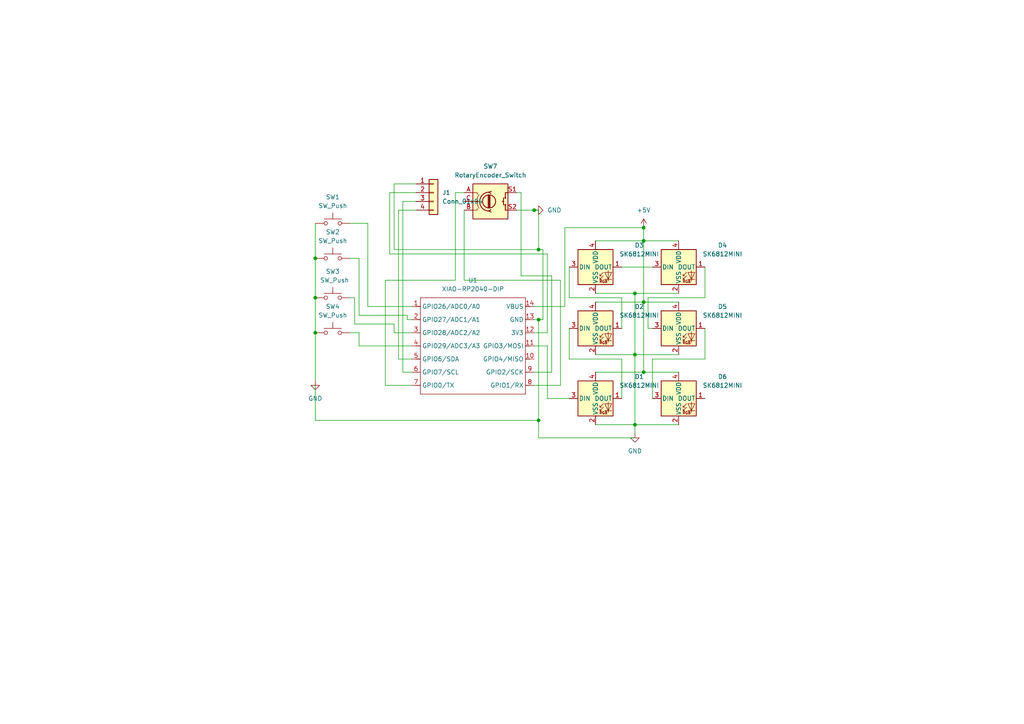
<source format=kicad_sch>
(kicad_sch (version 20231120) (generator "eeschema") (generator_version "8.0")
  (paper "A4")
  (lib_symbols
    (symbol "Connector_Generic:Conn_01x04" (pin_names (offset 1.016) hide)
      (property "Reference" "J1" (at 2.54 0.0001 0))
      (property "Value" "Conn_01x04" (at 2.54 -2.5399 0))
      (symbol "Conn_01x04_1_1"
        (rectangle (start -1.27 -4.953) (end 0 -5.207) (stroke (width 0.1524)))
        (rectangle (start -1.27 -2.413) (end 0 -2.667) (stroke (width 0.1524)))
        (rectangle (start -1.27 0.127) (end 0 -0.127) (stroke (width 0.1524)))
        (rectangle (start -1.27 2.667) (end 0 2.413) (stroke (width 0.1524)))
        (rectangle (start -1.27 3.81) (end 1.27 -6.35) (stroke (width 0.254)) (fill (type background)))
        (pin passive line (at -5.08 2.54 0) (length 3.81) (name "GND") (number "1"))
        (pin passive line (at -5.08 0 0) (length 3.81) (name "VCC") (number "2"))
        (pin passive line (at -5.08 -2.54 0) (length 3.81) (name "SCL") (number "3"))
        (pin passive line (at -5.08 -5.08 0) (length 3.81) (name "SDA") (number "4"))
      )
    )
    (symbol "Device:RotaryEncoder_Switch" (pin_names (offset 0.254) hide)
      (property "Reference" "SW" (at 0 6.604 0))
      (property "Value" "RotaryEncoder_Switch" (at 0 -6.604 0))
      (symbol "RotaryEncoder_Switch_0_1"
        (rectangle (start -5.08 5.08) (end 5.08 -5.08) (stroke (width 0.254)) (fill (type background)))
        (circle (center -3.81 0) (radius 0.254) (fill (type outline)))
        (circle (center -0.381 0) (radius 1.905) (stroke (width 0.254)))
        (arc (start -0.381 2.667) (mid -3.0988 -0.0635) (end -0.381 -2.794) (stroke (width 0.254)))
        (polyline (pts (xy -0.635 -1.778) (xy -0.635 1.778)) (stroke (width 0.254)))
        (polyline (pts (xy -0.381 -1.778) (xy -0.381 1.778)) (stroke (width 0.254)))
        (polyline (pts (xy -0.127 1.778) (xy -0.127 -1.778)) (stroke (width 0.254)))
        (polyline (pts (xy 3.81 0) (xy 3.429 0)) (stroke (width 0.254)))
        (polyline (pts (xy 3.81 1.016) (xy 3.81 -1.016)) (stroke (width 0.254)))
        (polyline (pts (xy -5.08 -2.54) (xy -3.81 -2.54) (xy -3.81 -2.032)))
        (polyline (pts (xy -5.08 2.54) (xy -3.81 2.54) (xy -3.81 2.032)))
        (polyline (pts (xy 0.254 -3.048) (xy -0.508 -2.794) (xy 0.127 -2.413)) (stroke (width 0.254)))
        (polyline (pts (xy 0.254 2.921) (xy -0.508 2.667) (xy 0.127 2.286)) (stroke (width 0.254)))
        (polyline (pts (xy 5.08 -2.54) (xy 4.318 -2.54) (xy 4.318 -1.016)) (stroke (width 0.254)))
        (polyline (pts (xy 5.08 2.54) (xy 4.318 2.54) (xy 4.318 1.016)) (stroke (width 0.254)))
        (polyline (pts (xy -5.08 0) (xy -3.81 0) (xy -3.81 -1.016) (xy -3.302 -2.032)))
        (polyline (pts (xy -4.318 0) (xy -3.81 0) (xy -3.81 1.016) (xy -3.302 2.032)))
        (circle (center 4.318 -1.016) (radius 0.127) (stroke (width 0.254)))
        (circle (center 4.318 1.016) (radius 0.127) (stroke (width 0.254)))
      )
      (symbol "RotaryEncoder_Switch_1_1"
        (pin passive line (at -7.62 2.54 0) (length 2.54) (name "A") (number "A"))
        (pin passive line (at -7.62 -2.54 0) (length 2.54) (name "B") (number "B"))
        (pin passive line (at -7.62 0 0) (length 2.54) (name "C") (number "C"))
        (pin passive line (at 7.62 2.54 180) (length 2.54) (name "S1") (number "S1"))
        (pin passive line (at 7.62 -2.54 180) (length 2.54) (name "S2") (number "S2"))
      )
    )
    (symbol "LED:SK6812MINI" (pin_names (offset 0.254))
      (property "Reference" "D" (at 5.08 5.715 0))
      (property "Value" "SK6812MINI" (at 1.27 -5.715 0))
      (symbol "SK6812MINI_0_0"
        (text "RGB" (at 2.286 -4.191 0) (effects (font (size 0.762 0.762))))
      )
      (symbol "SK6812MINI_0_1"
        (polyline (pts (xy 1.27 -3.556) (xy 1.778 -3.556)))
        (polyline (pts (xy 1.27 -2.54) (xy 1.778 -2.54)))
        (polyline (pts (xy 4.699 -3.556) (xy 2.667 -3.556)))
        (polyline (pts (xy 2.286 -2.54) (xy 1.27 -3.556) (xy 1.27 -3.048)))
        (polyline (pts (xy 2.286 -1.524) (xy 1.27 -2.54) (xy 1.27 -2.032)))
        (polyline (pts (xy 3.683 -1.016) (xy 3.683 -3.556) (xy 3.683 -4.064)))
        (polyline (pts (xy 4.699 -1.524) (xy 2.667 -1.524) (xy 3.683 -3.556) (xy 4.699 -1.524)))
        (rectangle (start 5.08 5.08) (end -5.08 -5.08) (stroke (width 0.254)) (fill (type background)))
      )
      (symbol "SK6812MINI_1_1"
        (pin output line (at 7.62 0 180) (length 2.54) (name "DOUT") (number "1"))
        (pin power_in line (at 0 -7.62 90) (length 2.54) (name "VSS") (number "2"))
        (pin input line (at -7.62 0 0) (length 2.54) (name "DIN") (number "3"))
        (pin power_in line (at 0 7.62 270) (length 2.54) (name "VDD") (number "4"))
      )
    )
    (symbol "OPL:XIAO-RP2040-DIP"
      (property "Reference" "U" (at 0 0 0))
      (property "Value" "XIAO-RP2040-DIP" (at 5.334 -1.778 0))
      (symbol "XIAO-RP2040-DIP_1_0"
        (polyline (pts (xy -1.27 -30.48) (xy -1.27 -16.51)) (stroke (width 0.1524)))
        (polyline (pts (xy -1.27 -27.94) (xy -2.54 -27.94)) (stroke (width 0.1524)))
        (polyline (pts (xy -1.27 -24.13) (xy -2.54 -24.13)) (stroke (width 0.1524)))
        (polyline (pts (xy -1.27 -20.32) (xy -2.54 -20.32)) (stroke (width 0.1524)))
        (polyline (pts (xy -1.27 -16.51) (xy -2.54 -16.51)) (stroke (width 0.1524)))
        (polyline (pts (xy -1.27 -16.51) (xy -1.27 -12.7)) (stroke (width 0.1524)))
        (polyline (pts (xy -1.27 -12.7) (xy -2.54 -12.7)) (stroke (width 0.1524)))
        (polyline (pts (xy -1.27 -12.7) (xy -1.27 -8.89)) (stroke (width 0.1524)))
        (polyline (pts (xy -1.27 -8.89) (xy -2.54 -8.89)) (stroke (width 0.1524)))
        (polyline (pts (xy -1.27 -8.89) (xy -1.27 -5.08)) (stroke (width 0.1524)))
        (polyline (pts (xy -1.27 -5.08) (xy -2.54 -5.08)) (stroke (width 0.1524)))
        (polyline (pts (xy -1.27 -5.08) (xy -1.27 -2.54)) (stroke (width 0.1524)))
        (polyline (pts (xy -1.27 -2.54) (xy 29.21 -2.54)) (stroke (width 0.1524)))
        (polyline (pts (xy 29.21 -30.48) (xy -1.27 -30.48)) (stroke (width 0.1524)))
        (polyline (pts (xy 29.21 -12.7) (xy 29.21 -30.48)) (stroke (width 0.1524)))
        (polyline (pts (xy 29.21 -8.89) (xy 29.21 -12.7)) (stroke (width 0.1524)))
        (polyline (pts (xy 29.21 -5.08) (xy 29.21 -8.89)) (stroke (width 0.1524)))
        (polyline (pts (xy 29.21 -2.54) (xy 29.21 -5.08)) (stroke (width 0.1524)))
        (polyline (pts (xy 30.48 -27.94) (xy 29.21 -27.94)) (stroke (width 0.1524)))
        (polyline (pts (xy 30.48 -24.13) (xy 29.21 -24.13)) (stroke (width 0.1524)))
        (polyline (pts (xy 30.48 -20.32) (xy 29.21 -20.32)) (stroke (width 0.1524)))
        (polyline (pts (xy 30.48 -16.51) (xy 29.21 -16.51)) (stroke (width 0.1524)))
        (polyline (pts (xy 30.48 -12.7) (xy 29.21 -12.7)) (stroke (width 0.1524)))
        (polyline (pts (xy 30.48 -8.89) (xy 29.21 -8.89)) (stroke (width 0.1524)))
        (polyline (pts (xy 30.48 -5.08) (xy 29.21 -5.08)) (stroke (width 0.1524)))
        (pin passive line (at -3.81 -5.08 0) (length 2.54) (name "GPIO26/ADC0/A0") (number "1"))
        (pin passive line (at 31.75 -20.32 180) (length 2.54) (name "GPIO4/MISO") (number "10"))
        (pin passive line (at 31.75 -16.51 180) (length 2.54) (name "GPIO3/MOSI") (number "11"))
        (pin passive line (at 31.75 -12.7 180) (length 2.54) (name "3V3") (number "12"))
        (pin passive line (at 31.75 -8.89 180) (length 2.54) (name "GND") (number "13"))
        (pin passive line (at 31.75 -5.08 180) (length 2.54) (name "VBUS") (number "14"))
        (pin passive line (at -3.81 -8.89 0) (length 2.54) (name "GPIO27/ADC1/A1") (number "2"))
        (pin passive line (at -3.81 -12.7 0) (length 2.54) (name "GPIO28/ADC2/A2") (number "3"))
        (pin passive line (at -3.81 -16.51 0) (length 2.54) (name "GPIO29/ADC3/A3") (number "4"))
        (pin passive line (at -3.81 -20.32 0) (length 2.54) (name "GPIO6/SDA") (number "5"))
        (pin passive line (at -3.81 -24.13 0) (length 2.54) (name "GPIO7/SCL") (number "6"))
        (pin passive line (at -3.81 -27.94 0) (length 2.54) (name "GPIO0/TX") (number "7"))
        (pin passive line (at 31.75 -27.94 180) (length 2.54) (name "GPIO1/RX") (number "8"))
        (pin passive line (at 31.75 -24.13 180) (length 2.54) (name "GPIO2/SCK") (number "9"))
      )
    )
    (symbol "Switch:SW_Push" (pin_numbers hide) (pin_names (offset 1.016) hide)
      (property "Reference" "SW" (at 1.27 2.54 0))
      (property "Value" "SW_Push" (at 0 -1.524 0))
      (symbol "SW_Push_0_1"
        (circle (center -2.032 0) (radius 0.508))
        (polyline (pts (xy 0 1.27) (xy 0 3.048)))
        (polyline (pts (xy 2.54 1.27) (xy -2.54 1.27)))
        (circle (center 2.032 0) (radius 0.508))
        (pin passive line (at -5.08 0 0) (length 2.54) (name "1") (number "1"))
        (pin passive line (at 5.08 0 180) (length 2.54) (name "2") (number "2"))
      )
    )
    (symbol "power:+5V" (power) (pin_numbers hide) (pin_names (offset 0) hide)
      (property "Value" "+5V" (at 0 3.556 0))
      (symbol "+5V_0_1"
        (polyline (pts (xy -0.762 1.27) (xy 0 2.54)))
        (polyline (pts (xy 0 0) (xy 0 2.54)))
        (polyline (pts (xy 0 2.54) (xy 0.762 1.27)))
      )
      (symbol "+5V_1_1"
        (pin power_in line (at 0 0 90) (length 0) (name "~") (number "1"))
      )
    )
    (symbol "power:GND" (power) (pin_numbers hide) (pin_names (offset 0) hide)
      (property "Value" "GND" (at 0 -3.81 0))
      (symbol "GND_0_1"
        (polyline (pts (xy 0 0) (xy 0 -1.27) (xy 1.27 -1.27) (xy 0 -2.54) (xy -1.27 -1.27) (xy 0 -1.27)))
      )
      (symbol "GND_1_1"
        (pin power_in line (at 0 0 270) (length 0) (name "~") (number "1"))
      )
    )
  )
  (junction (at 184.15 102.87))
  (junction (at 91.44 96.52))
  (junction (at 186.69 107.95))
  (junction (at 186.69 69.85))
  (junction (at 186.69 87.63))
  (junction (at 156.21 121.92))
  (junction (at 91.44 74.93))
  (junction (at 156.21 92.71))
  (junction (at 184.15 85.09))
  (junction (at 184.15 123.19))
  (junction (at 186.69 66.04))
  (junction (at 156.21 72.39))
  (junction (at 91.44 86.36))
  (junction (at 154.94 60.96))
  (wire (pts (xy 184.15 123.19) (xy 184.15 125.73)))
  (wire (pts (xy 154.94 92.71) (xy 156.21 92.71)))
  (wire (pts (xy 151.13 80.01) (xy 160.02 80.01)))
  (wire (pts (xy 113.03 73.66) (xy 158.75 73.66)))
  (wire (pts (xy 120.65 60.96) (xy 115.57 60.96)))
  (wire (pts (xy 154.94 111.76) (xy 162.56 111.76)))
  (wire (pts (xy 172.72 102.87) (xy 184.15 102.87)))
  (wire (pts (xy 120.65 53.34) (xy 114.3 53.34)))
  (wire (pts (xy 158.75 115.57) (xy 158.75 100.33)))
  (wire (pts (xy 118.11 92.71) (xy 119.38 92.71)))
  (wire (pts (xy 172.72 87.63) (xy 186.69 87.63)))
  (wire (pts (xy 172.72 107.95) (xy 186.69 107.95)))
  (wire (pts (xy 132.08 55.88) (xy 132.08 81.28)))
  (wire (pts (xy 101.6 86.36) (xy 102.87 86.36)))
  (wire (pts (xy 157.48 72.39) (xy 157.48 92.71)))
  (wire (pts (xy 180.34 104.14) (xy 180.34 115.57)))
  (wire (pts (xy 115.57 104.14) (xy 119.38 104.14)))
  (wire (pts (xy 163.83 66.04) (xy 163.83 88.9)))
  (wire (pts (xy 156.21 60.96) (xy 156.21 72.39)))
  (wire (pts (xy 160.02 80.01) (xy 160.02 107.95)))
  (wire (pts (xy 101.6 64.77) (xy 106.68 64.77)))
  (wire (pts (xy 156.21 72.39) (xy 157.48 72.39)))
  (wire (pts (xy 151.13 55.88) (xy 151.13 80.01)))
  (wire (pts (xy 114.3 96.52) (xy 119.38 96.52)))
  (wire (pts (xy 158.75 100.33) (xy 154.94 100.33)))
  (wire (pts (xy 184.15 102.87) (xy 196.85 102.87)))
  (wire (pts (xy 91.44 86.36) (xy 91.44 96.52)))
  (wire (pts (xy 157.48 92.71) (xy 156.21 92.71)))
  (wire (pts (xy 165.1 104.14) (xy 180.34 104.14)))
  (wire (pts (xy 154.94 60.96) (xy 156.21 60.96)))
  (wire (pts (xy 116.84 58.42) (xy 116.84 107.95)))
  (wire (pts (xy 91.44 96.52) (xy 91.44 110.49)))
  (wire (pts (xy 91.44 111.76) (xy 91.44 121.92)))
  (wire (pts (xy 165.1 77.47) (xy 165.1 86.36)))
  (wire (pts (xy 180.34 77.47) (xy 189.23 77.47)))
  (wire (pts (xy 120.65 58.42) (xy 116.84 58.42)))
  (wire (pts (xy 113.03 55.88) (xy 113.03 73.66)))
  (wire (pts (xy 114.3 72.39) (xy 156.21 72.39)))
  (wire (pts (xy 158.75 96.52) (xy 154.94 96.52)))
  (wire (pts (xy 184.15 85.09) (xy 196.85 85.09)))
  (wire (pts (xy 204.47 86.36) (xy 187.96 86.36)))
  (wire (pts (xy 113.03 55.88) (xy 120.65 55.88)))
  (wire (pts (xy 160.02 107.95) (xy 154.94 107.95)))
  (wire (pts (xy 184.15 85.09) (xy 184.15 102.87)))
  (wire (pts (xy 184.15 123.19) (xy 196.85 123.19)))
  (wire (pts (xy 111.76 81.28) (xy 111.76 111.76)))
  (wire (pts (xy 187.96 86.36) (xy 187.96 95.25)))
  (wire (pts (xy 186.69 69.85) (xy 196.85 69.85)))
  (wire (pts (xy 184.15 127) (xy 156.21 127)))
  (wire (pts (xy 102.87 93.98) (xy 114.3 93.98)))
  (wire (pts (xy 104.14 91.44) (xy 118.11 91.44)))
  (wire (pts (xy 114.3 53.34) (xy 114.3 72.39)))
  (wire (pts (xy 204.47 77.47) (xy 204.47 86.36)))
  (wire (pts (xy 101.6 96.52) (xy 104.14 96.52)))
  (wire (pts (xy 204.47 95.25) (xy 204.47 104.14)))
  (wire (pts (xy 172.72 69.85) (xy 186.69 69.85)))
  (wire (pts (xy 204.47 104.14) (xy 189.23 104.14)))
  (wire (pts (xy 186.69 87.63) (xy 186.69 69.85)))
  (wire (pts (xy 162.56 81.28) (xy 162.56 111.76)))
  (wire (pts (xy 111.76 111.76) (xy 119.38 111.76)))
  (wire (pts (xy 186.69 87.63) (xy 196.85 87.63)))
  (wire (pts (xy 101.6 74.93) (xy 104.14 74.93)))
  (wire (pts (xy 186.69 107.95) (xy 196.85 107.95)))
  (wire (pts (xy 115.57 60.96) (xy 115.57 104.14)))
  (wire (pts (xy 134.62 55.88) (xy 132.08 55.88)))
  (wire (pts (xy 189.23 104.14) (xy 189.23 115.57)))
  (wire (pts (xy 156.21 92.71) (xy 156.21 121.92)))
  (wire (pts (xy 184.15 102.87) (xy 184.15 123.19)))
  (wire (pts (xy 163.83 88.9) (xy 154.94 88.9)))
  (wire (pts (xy 91.44 74.93) (xy 91.44 86.36)))
  (wire (pts (xy 104.14 100.33) (xy 119.38 100.33)))
  (wire (pts (xy 134.62 60.96) (xy 134.62 81.28)))
  (wire (pts (xy 104.14 96.52) (xy 104.14 100.33)))
  (wire (pts (xy 172.72 85.09) (xy 184.15 85.09)))
  (wire (pts (xy 106.68 88.9) (xy 119.38 88.9)))
  (wire (pts (xy 156.21 121.92) (xy 156.21 127)))
  (wire (pts (xy 172.72 123.19) (xy 184.15 123.19)))
  (wire (pts (xy 186.69 66.04) (xy 163.83 66.04)))
  (wire (pts (xy 165.1 115.57) (xy 158.75 115.57)))
  (wire (pts (xy 187.96 95.25) (xy 189.23 95.25)))
  (wire (pts (xy 102.87 86.36) (xy 102.87 93.98)))
  (wire (pts (xy 165.1 95.25) (xy 165.1 104.14)))
  (wire (pts (xy 180.34 95.25) (xy 180.34 86.36)))
  (wire (pts (xy 186.69 69.85) (xy 186.69 66.04)))
  (wire (pts (xy 158.75 73.66) (xy 158.75 96.52)))
  (wire (pts (xy 132.08 81.28) (xy 111.76 81.28)))
  (wire (pts (xy 149.86 55.88) (xy 151.13 55.88)))
  (wire (pts (xy 118.11 91.44) (xy 118.11 92.71)))
  (wire (pts (xy 134.62 81.28) (xy 162.56 81.28)))
  (wire (pts (xy 186.69 107.95) (xy 186.69 87.63)))
  (wire (pts (xy 114.3 93.98) (xy 114.3 96.52)))
  (wire (pts (xy 106.68 64.77) (xy 106.68 88.9)))
  (wire (pts (xy 149.86 60.96) (xy 154.94 60.96)))
  (wire (pts (xy 91.44 121.92) (xy 156.21 121.92)))
  (wire (pts (xy 180.34 86.36) (xy 165.1 86.36)))
  (wire (pts (xy 104.14 74.93) (xy 104.14 91.44)))
  (wire (pts (xy 116.84 107.95) (xy 119.38 107.95)))
  (wire (pts (xy 91.44 64.77) (xy 91.44 74.93)))
  (symbol (lib_id "Switch:SW_Push") (at 96.52 96.52 0) (unit 1)
    (property "Reference" "SW4" (at 96.52 88.9 0))
    (property "Value" "SW_Push" (at 96.52 91.44 0))
    (property "Footprint" "Button_Switch_Keyboard:SW_Cherry_MX_1.00u_PCB" (effects (hide yes)))
    (property "Description" "Push button switch, generic, two pins" (effects (hide yes)))
  )
  (symbol (lib_id "Switch:SW_Push") (at 96.52 86.36 0) (unit 1)
    (property "Reference" "SW3" (at 96.52 78.74 0))
    (property "Value" "SW_Push" (at 97.028 81.28 0))
    (property "Footprint" "Button_Switch_Keyboard:SW_Cherry_MX_1.00u_PCB" (effects (hide yes)))
    (property "Description" "Push button switch, generic, two pins" (effects (hide yes)))
  )
  (symbol (lib_id "LED:SK6812MINI") (at 196.85 95.25 0) (unit 1)
    (property "Reference" "D5" (at 209.55 88.9314 0))
    (property "Value" "SK6812MINI" (at 209.55 91.4714 0))
    (property "Footprint" "LED_SMD:LED_SK6812MINI_PLCC4_3.5x3.5mm_P1.75mm" (effects (hide yes)))
    (property "Datasheet" "https://cdn-shop.adafruit.com/product-files/2686/SK6812MINI_REV.01-1-2.pdf" (effects (hide yes)))
    (property "Description" "RGB LED with integrated controller" (effects (hide yes)))
  )
  (symbol (lib_id "LED:SK6812MINI") (at 172.72 95.25 0) (unit 1)
    (property "Reference" "D2" (at 185.42 88.9314 0))
    (property "Value" "SK6812MINI" (at 185.42 91.4714 0))
    (property "Footprint" "LED_SMD:LED_SK6812MINI_PLCC4_3.5x3.5mm_P1.75mm" (effects (hide yes)))
    (property "Datasheet" "https://cdn-shop.adafruit.com/product-files/2686/SK6812MINI_REV.01-1-2.pdf" (effects (hide yes)))
    (property "Description" "RGB LED with integrated controller" (effects (hide yes)))
  )
  (symbol (lib_id "LED:SK6812MINI") (at 172.72 115.57 0) (unit 1)
    (property "Reference" "D1" (at 185.42 109.2514 0))
    (property "Value" "SK6812MINI" (at 185.42 111.7914 0))
    (property "Footprint" "LED_SMD:LED_SK6812MINI_PLCC4_3.5x3.5mm_P1.75mm" (effects (hide yes)))
    (property "Datasheet" "https://cdn-shop.adafruit.com/product-files/2686/SK6812MINI_REV.01-1-2.pdf" (effects (hide yes)))
    (property "Description" "RGB LED with integrated controller" (effects (hide yes)))
  )
  (symbol (lib_id "OPL:XIAO-RP2040-DIP") (at 123.19 83.82 0) (unit 1)
    (property "Reference" "U1" (at 137.16 81.28 0))
    (property "Value" "XIAO-RP2040-DIP" (at 137.16 83.82 0))
    (property "Footprint" "OPL:XIAO-RP2040-SMD" (effects (hide yes)))
  )
  (symbol (lib_id "LED:SK6812MINI") (at 172.72 77.47 0) (unit 1)
    (property "Reference" "D3" (at 185.42 71.1514 0))
    (property "Value" "SK6812MINI" (at 185.42 73.6914 0))
    (property "Footprint" "LED_SMD:LED_SK6812MINI_PLCC4_3.5x3.5mm_P1.75mm" (effects (hide yes)))
    (property "Datasheet" "https://cdn-shop.adafruit.com/product-files/2686/SK6812MINI_REV.01-1-2.pdf" (effects (hide yes)))
    (property "Description" "RGB LED with integrated controller" (effects (hide yes)))
  )
  (symbol (lib_id "LED:SK6812MINI") (at 196.85 115.57 0) (unit 1)
    (property "Reference" "D6" (at 209.55 109.2514 0))
    (property "Value" "SK6812MINI" (at 209.55 111.7914 0))
    (property "Footprint" "LED_SMD:LED_SK6812MINI_PLCC4_3.5x3.5mm_P1.75mm" (effects (hide yes)))
    (property "Datasheet" "https://cdn-shop.adafruit.com/product-files/2686/SK6812MINI_REV.01-1-2.pdf" (effects (hide yes)))
    (property "Description" "RGB LED with integrated controller" (effects (hide yes)))
  )
  (symbol (lib_id "LED:SK6812MINI") (at 196.85 77.47 0) (unit 1)
    (property "Reference" "D4" (at 209.55 71.1514 0))
    (property "Value" "SK6812MINI" (at 209.55 73.6914 0))
    (property "Footprint" "LED_SMD:LED_SK6812MINI_PLCC4_3.5x3.5mm_P1.75mm" (effects (hide yes)))
    (property "Datasheet" "https://cdn-shop.adafruit.com/product-files/2686/SK6812MINI_REV.01-1-2.pdf" (effects (hide yes)))
    (property "Description" "RGB LED with integrated controller" (effects (hide yes)))
  )
  (symbol (lib_id "power:GND") (at 184.15 125.73 0) (unit 1)
    (property "Reference" "#PWR02" (effects (hide yes)))
    (property "Value" "GND" (at 184.15 130.81 0))
    (property "Description" "Power symbol creates a global label with name \"GND\" , ground" (effects (hide yes)))
  )
  (symbol (lib_id "power:GND") (at 154.94 60.96 90) (unit 1)
    (property "Reference" "#PWR04" (effects (hide yes)))
    (property "Value" "GND" (at 158.75 60.9599 90) (effects (justify right)))
    (property "Description" "Power symbol creates a global label with name \"GND\" , ground" (effects (hide yes)))
  )
  (symbol (lib_id "power:GND") (at 91.44 110.49 0) (unit 1)
    (property "Reference" "#PWR01" (effects (hide yes)))
    (property "Value" "GND" (at 91.44 115.57 0))
    (property "Description" "Power symbol creates a global label with name \"GND\" , ground" (effects (hide yes)))
  )
  (symbol (lib_id "Connector_Generic:Conn_01x04") (at 125.73 55.88 0) (unit 1)
    (property "Reference" "J1" (at 128.27 55.8799 0) (effects (justify left)))
    (property "Value" "Conn_01x04" (at 128.27 58.4199 0) (effects (justify left)))
    (property "Footprint" "Connector_PinHeader_2.54mm:PinHeader_1x04_P2.54mm_Vertical" (effects (hide yes)))
    (property "Description" "Generic connector, single row, 01x04, script generated (kicad-library-utils/schlib/autogen/connector/)" (effects (hide yes)))
  )
  (symbol (lib_id "power:+5V") (at 186.69 66.04 0) (mirror y) (unit 1)
    (property "Reference" "#PWR03" (effects (hide yes)))
    (property "Value" "+5V" (at 186.69 60.96 0))
    (property "Description" "Power symbol creates a global label with name \"+5V\"" (effects (hide yes)))
  )
  (symbol (lib_id "Device:RotaryEncoder_Switch") (at 142.24 58.42 0) (unit 1)
    (property "Reference" "SW7" (at 142.24 48.26 0))
    (property "Value" "RotaryEncoder_Switch" (at 142.24 50.8 0))
    (property "Footprint" "Rotary_Encoder:RotaryEncoder_Alps_EC11E-Switch_Vertical_H20mm_CircularMountingHoles" (effects (hide yes)))
    (property "Description" "Rotary encoder, dual channel, incremental quadrate outputs, with switch" (effects (hide yes)))
  )
  (symbol (lib_id "Switch:SW_Push") (at 96.52 64.77 0) (unit 1)
    (property "Reference" "SW1" (at 96.52 57.15 0))
    (property "Value" "SW_Push" (at 96.52 59.69 0))
    (property "Footprint" "Button_Switch_Keyboard:SW_Cherry_MX_1.00u_PCB" (effects (hide yes)))
    (property "Description" "Push button switch, generic, two pins" (effects (hide yes)))
  )
  (symbol (lib_id "Switch:SW_Push") (at 96.52 74.93 0) (unit 1)
    (property "Reference" "SW2" (at 96.52 67.31 0))
    (property "Value" "SW_Push" (at 96.52 69.85 0))
    (property "Footprint" "Button_Switch_Keyboard:SW_Cherry_MX_1.00u_PCB" (effects (hide yes)))
    (property "Description" "Push button switch, generic, two pins" (effects (hide yes)))
  )
)
</source>
